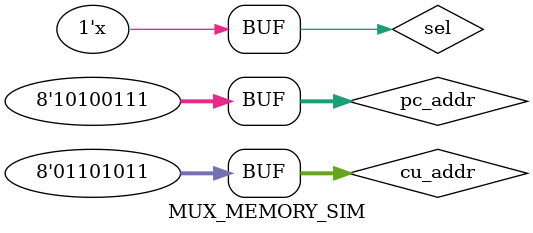
<source format=v>
`timescale 1ns / 1ps
module MUX_MEMORY_SIM();

reg sel;
reg [7:0] pc_addr;
reg [7:0] cu_addr;

wire [7:0] out;

MUX_MEMORY UUT(
.sel        (sel),
.pc_addr    (pc_addr),
.cu_addr    (cu_addr),

.out        (out)
);

initial begin

pc_addr = 8'hA7;
cu_addr = 8'h6B;

sel = 0;
#10 sel = 1;
#10 sel = 1'bz;
#10 sel = 1'bx;




end


endmodule

</source>
